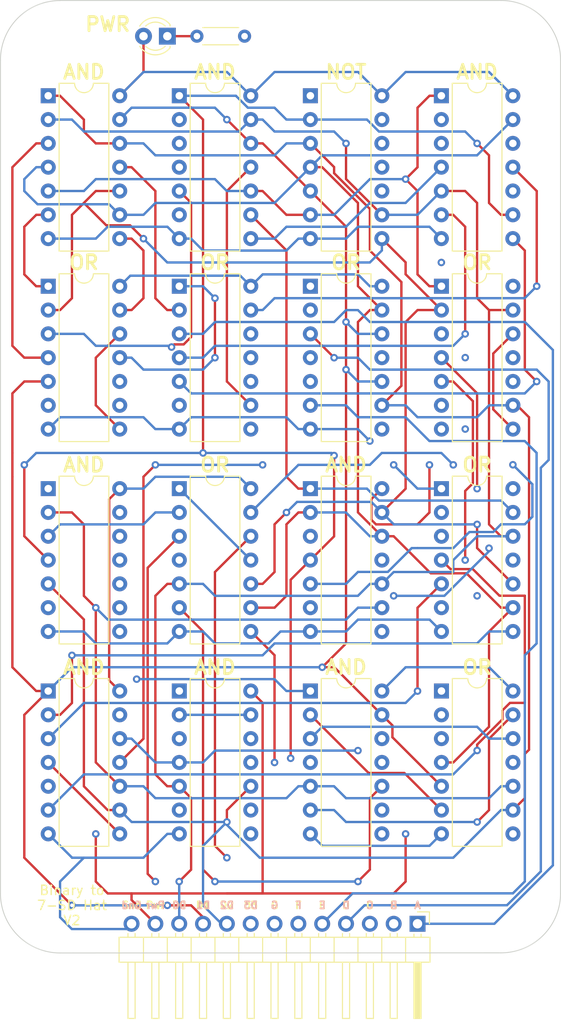
<source format=kicad_pcb>
(kicad_pcb (version 20211014) (generator pcbnew)
  (title_block (title "7-SD Decoder Hat") (date "2025-06-05") (rev "2"))
  (layers (0 "F.Cu" signal) (1 "In1.Cu" signal) (2 "In2.Cu" signal) (31 "B.Cu" signal) (34 "B.Paste" user) (35 "F.Paste" user) (36 "B.SilkS" user "B.Silkscreen") (37 "F.SilkS" user "F.Silkscreen") (38 "B.Mask" user) (39 "F.Mask" user) (44 "Edge.Cuts" user))
  (net 0 "")
  (net 1 "A")
  (net 2 "B")
  (net 3 "C")
  (net 4 "D")
  (net 5 "A-segment")
  (net 6 "B-segment")
  (net 7 "C-segment")
  (net 8 "D-segment")
  (net 9 "E-segment")
  (net 10 "F-segment")
  (net 11 "G-segment")
  (net 12 "A'")
  (net 13 "B'")
  (net 14 "C'")
  (net 15 "GND")
  (net 16 "D'")
  (net 17 "+5V")
  (net 18 "Net-(U13-Pad1)")
  (net 19 "Net-(U2-Pad3)")
  (net 20 "Net-(U2-Pad4)")
  (net 21 "Net-(U2-Pad12)")
  (net 22 "Net-(U10-Pad4)")
  (net 23 "Net-(U10-Pad13)")
  (net 24 "Net-(U10-Pad9)")
  (net 25 "Net-(U10-Pad10)")
  (net 26 "Net-(U4-Pad8)")
  (net 27 "Net-(U16-Pad1)")
  (net 28 "Net-(U6-Pad4)")
  (net 29 "Net-(U10-Pad1)")
  (net 30 "Net-(U10-Pad3)")
  (net 31 "Net-(U10-Pad6)")
  (net 32 "Net-(U10-Pad11)")
  (net 33 "Net-(U10-Pad12)")
  (net 34 "Net-(U11-Pad3)")
  (net 35 "Net-(U11-Pad6)")
  (net 36 "Net-(U11-Pad8)")
  (net 37 "Net-(U11-Pad11)")
  (net 38 "Net-(U11-Pad12)")
  (net 39 "Net-(U11-Pad1)")
  (net 40 "Net-(U9-Pad12)")
  (net 41 "Net-(U14-Pad1)")
  (net 48 "Net-(D1-Pad1)")
  (net 49 "Net-(U1-Pad3)")
  (net 50 "Net-(U1-Pad5)")
  (net 51 "Net-(U1-Pad6)")
  (net 52 "Net-(U1-Pad8)")
  (net 53 "Net-(U1-Pad11)")
  (net 54 "Net-(U3-Pad11)")
  (net 55 "Net-(U4-Pad11)")
  (net 56 "Net-(U5-Pad3)")
  (net 57 "Net-(U5-Pad6)")
  (net 58 "Net-(U5-Pad8)")
  (net 59 "Net-(U5-Pad10)")
  (net 60 "Net-(U5-Pad11)")
  (net 61 "Net-(U6-Pad2)")
  (net 62 "Net-(U6-Pad3)")
  (net 63 "Net-(U6-Pad5)")
  (net 64 "Net-(U6-Pad6)")
  (net 65 "Net-(U6-Pad11)")
  (net 66 "Net-(U6-Pad13)")
  (net 67 "Net-(U7-Pad2)")
  (net 68 "Net-(U13-Pad6)")
  (net 69 "Net-(U13-Pad12)")
  (net 70 "Net-(U13-Pad13)")
  (net 71 "Net-(U14-Pad2)")
  (net 72 "Net-(U14-Pad6)")
  (net 73 "Net-(U14-Pad8)")
  (net 74 "Net-(U14-Pad12)")
  (net 75 "Net-(U14-Pad13)")
  (footprint "LED_THT:LED_D3.0mm_red" (layer "F.Cu") (at 127 33.02 180)
    (fp_text reference "D1" hide)
    (fp_text value "LED")
  )
  (footprint "Connector_PinHeader_2.54mm:PinHeader_1x13_P2.54mm_Horizontal" (layer "F.Cu") (at 153.665 127.705 -90)
    (fp_text reference "J1" hide)
    (fp_text value "Conn_01x13")
  )
  (footprint "Package_DIP:DIP-14_W7.62mm" (layer "F.Cu") (at 142.245 81.285)
    (fp_text reference "U1" hide)
    (fp_text value "74LS08")
  )
  (footprint "Package_DIP:DIP-14_W7.62mm" (layer "F.Cu") (at 114.305 59.695)
    (fp_text reference "U10" hide)
    (fp_text value "74LS32")
  )
  (footprint "Package_DIP:DIP-14_W7.62mm" (layer "F.Cu") (at 142.245 102.875)
    (fp_text reference "U15" hide)
    (fp_text value "74LS08")
  )
  (footprint "Package_DIP:DIP-14_W7.62mm" (layer "F.Cu") (at 128.275 39.375)
    (fp_text reference "U4" hide)
    (fp_text value "74LS08")
  )
  (footprint "Resistor_THT:R_Axial_DIN0204_L3.6mm_D1.6mm_P5.08mm_Horizontal" (layer "F.Cu") (at 135.23 33.02 180)
    (fp_text reference "R1" hide)
    (fp_text value "R_US")
  )
  (footprint "Package_DIP:DIP-14_W7.62mm" (layer "F.Cu") (at 128.275 102.875)
    (fp_text reference "U11" hide)
    (fp_text value "74LS08")
  )
  (footprint "Package_DIP:DIP-14_W7.62mm" (layer "F.Cu") (at 156.215 81.285)
    (fp_text reference "U8" hide)
    (fp_text value "74LS32")
  )
  (footprint "Package_DIP:DIP-14_W7.62mm" (layer "F.Cu") (at 142.245 39.375)
    (fp_text reference "U12" hide)
    (fp_text value "74HC14")
  )
  (footprint "Package_DIP:DIP-14_W7.62mm" (layer "F.Cu") (at 156.215 102.875)
    (fp_text reference "U13" hide)
    (fp_text value "74LS32")
  )
  (footprint "Package_DIP:DIP-14_W7.62mm" (layer "F.Cu") (at 156.215 59.695)
    (fp_text reference "U2" hide)
    (fp_text value "74LS32")
  )
  (footprint "Package_DIP:DIP-14_W7.62mm" (layer "F.Cu") (at 128.275 81.285)
    (fp_text reference "U14" hide)
    (fp_text value "74LS32")
  )
  (footprint "Package_DIP:DIP-14_W7.62mm" (layer "F.Cu") (at 114.305 102.875)
    (fp_text reference "U6" hide)
    (fp_text value "74LS08")
  )
  (footprint "Package_DIP:DIP-14_W7.62mm" (layer "F.Cu") (at 142.245 59.695)
    (fp_text reference "U7" hide)
    (fp_text value "74LS32")
  )
  (footprint "Package_DIP:DIP-14_W7.62mm" (layer "F.Cu") (at 128.275 59.695)
    (fp_text reference "U9" hide)
    (fp_text value "74LS32")
  )
  (footprint "Package_DIP:DIP-14_W7.62mm" (layer "F.Cu") (at 114.305 81.285)
    (fp_text reference "U16" hide)
    (fp_text value "74LS08")
  )
  (footprint "Package_DIP:DIP-14_W7.62mm" (layer "F.Cu") (at 114.305 39.375)
    (fp_text reference "U3" hide)
    (fp_text value "74LS08")
  )
  (footprint "Package_DIP:DIP-14_W7.62mm" (layer "F.Cu") (at 156.205 39.375)
    (fp_text reference "U5" hide)
    (fp_text value "74LS08")
  )
  (gr_line (start 109.215 35.57) (end 109.215 124.47) (layer "Edge.Cuts") (width 0.1))
  (gr_arc (start 162.56 29.21) (mid 167.050128 31.069872) (end 168.91 35.56) (layer "Edge.Cuts") (width 0.1))
  (gr_line (start 162.56 130.807507) (end 115.565 130.82) (layer "Edge.Cuts") (width 0.1))
  (gr_line (start 168.91 35.56) (end 168.907499 124.47) (layer "Edge.Cuts") (width 0.1))
  (gr_arc (start 109.215 35.57) (mid 111.074872 31.079872) (end 115.565 29.22) (layer "Edge.Cuts") (width 0.1))
  (gr_line (start 115.57 29.21) (end 162.56 29.21) (layer "Edge.Cuts") (width 0.1))
  (gr_arc (start 115.565 130.82) (mid 111.074872 128.960128) (end 109.215 124.47) (layer "Edge.Cuts") (width 0.1))
  (gr_line (start 115.57 29.21) (end 115.565 29.22) (layer "Edge.Cuts") (width 0.1))
  (gr_arc (start 168.907499 124.47) (mid 167.044828 128.951899) (end 162.56 130.807507) (layer "Edge.Cuts") (width 0.1))
  (gr_text "F" (at 140.97 125.73) (layer "B.SilkS") (effects (font (size 0.75 0.75) (thickness 0.1875)) (justify mirror)))
  (gr_text "Pwr" (at 125.73 125.73) (layer "B.SilkS") (effects (font (size 0.75 0.75) (thickness 0.1875)) (justify mirror)))
  (gr_text "D0" (at 128.27 125.73) (layer "B.SilkS") (effects (font (size 0.75 0.75) (thickness 0.1875)) (justify mirror)))
  (gr_text "E" (at 143.51 125.73) (layer "B.SilkS") (effects (font (size 0.75 0.75) (thickness 0.1875)) (justify mirror)))
  (gr_text "D1" (at 130.81 125.73) (layer "B.SilkS") (effects (font (size 0.75 0.75) (thickness 0.1875)) (justify mirror)))
  (gr_text "B" (at 151.13 125.73) (layer "B.SilkS") (effects (font (size 0.75 0.75) (thickness 0.1875)) (justify mirror)))
  (gr_text "A" (at 153.67 125.73) (layer "B.SilkS") (effects (font (size 0.75 0.75) (thickness 0.1875)) (justify mirror)))
  (gr_text "D3" (at 135.89 125.73) (layer "B.SilkS") (effects (font (size 0.75 0.75) (thickness 0.1875)) (justify mirror)))
  (gr_text "D" (at 146.05 125.73) (layer "B.SilkS") (effects (font (size 0.75 0.75) (thickness 0.1875)) (justify mirror)))
  (gr_text "D2" (at 133.35 125.73) (layer "B.SilkS") (effects (font (size 0.75 0.75) (thickness 0.1875)) (justify mirror)))
  (gr_text "C" (at 148.59 125.73) (layer "B.SilkS") (effects (font (size 0.75 0.75) (thickness 0.1875)) (justify mirror)))
  (gr_text "G" (at 138.43 125.73) (layer "B.SilkS") (effects (font (size 0.75 0.75) (thickness 0.1875)) (justify mirror)))
  (gr_text "Gnd" (at 123.19 125.73) (layer "B.SilkS") (effects (font (size 0.75 0.75) (thickness 0.1875)) (justify mirror)))
  (gr_text "D2" (at 133.345 125.73) (layer "F.SilkS") (effects (font (size 0.75 0.75) (thickness 0.1875))))
  (gr_text "OR" (at 146.045 57.16) (layer "F.SilkS") (effects (font (size 1.5 1.5) (thickness 0.3))))
  (gr_text "D3" (at 135.89 125.73) (layer "F.SilkS") (effects (font (size 0.75 0.75) (thickness 0.1875))))
  (gr_text "OR" (at 160.015 57.16) (layer "F.SilkS") (effects (font (size 1.5 1.5) (thickness 0.3))))
  (gr_text "AND" (at 132.075 36.84) (layer "F.SilkS") (effects (font (size 1.5 1.5) (thickness 0.3))))
  (gr_text "AND" (at 160.015 36.84) (layer "F.SilkS") (effects (font (size 1.5 1.5) (thickness 0.3))))
  (gr_text "OR" (at 132.075 57.16) (layer "F.SilkS") (effects (font (size 1.5 1.5) (thickness 0.3))))
  (gr_text "NOT" (at 146.045 36.84) (layer "F.SilkS") (effects (font (size 1.5 1.5) (thickness 0.3))))
  (gr_text "AND" (at 118.105 78.75) (layer "F.SilkS") (effects (font (size 1.5 1.5) (thickness 0.3))))
  (gr_text "AND" (at 118.105 100.34) (layer "F.SilkS") (effects (font (size 1.5 1.5) (thickness 0.3))))
  (gr_text "PWR" (at 120.65 31.75) (layer "F.SilkS") (effects (font (size 1.5 1.5) (thickness 0.3))))
  (gr_text "Binary to\n7-SD Hat\nV2" (at 116.835 125.74) (layer "F.SilkS") (effects (font (size 1 1))))
  (gr_text "F" (at 140.97 125.73) (layer "F.SilkS") (effects (font (size 0.75 0.75) (thickness 0.1875))))
  (gr_text "AND" (at 146.045 100.34) (layer "F.SilkS") (effects (font (size 1.5 1.5) (thickness 0.3))))
  (gr_text "Pwr" (at 125.73 125.73) (layer "F.SilkS") (effects (font (size 0.75 0.75) (thickness 0.1875))))
  (gr_text "C" (at 148.585 125.73) (layer "F.SilkS") (effects (font (size 0.75 0.75) (thickness 0.1875))))
  (gr_text "OR" (at 118.105 57.16) (layer "F.SilkS") (effects (font (size 1.5 1.5) (thickness 0.3))))
  (gr_text "AND" (at 132.075 100.34) (layer "F.SilkS") (effects (font (size 1.5 1.5) (thickness 0.3))))
  (gr_text "D1" (at 130.81 125.73) (layer "F.SilkS") (effects (font (size 0.75 0.75) (thickness 0.1875))))
  (gr_text "AND" (at 118.105 36.84) (layer "F.SilkS") (effects (font (size 1.5 1.5) (thickness 0.3))))
  (gr_text "AND" (at 146.045 78.75) (layer "F.SilkS") (effects (font (size 1.5 1.5) (thickness 0.3))))
  (gr_text "D" (at 146.045 125.73) (layer "F.SilkS") (effects (font (size 0.75 0.75) (thickness 0.1875))))
  (gr_text "OR" (at 160.015 78.75) (layer "F.SilkS") (effects (font (size 1.5 1.5) (thickness 0.3))))
  (gr_text "A" (at 153.665 125.73) (layer "F.SilkS") (effects (font (size 0.75 0.75) (thickness 0.1875))))
  (gr_text "Gnd" (at 123.19 125.73) (layer "F.SilkS") (effects (font (size 0.75 0.75) (thickness 0.1875))))
  (gr_text "E" (at 143.51 125.73) (layer "F.SilkS") (effects (font (size 0.75 0.75) (thickness 0.1875))))
  (gr_text "D0" (at 128.27 125.73) (layer "F.SilkS") (effects (font (size 0.75 0.75) (thickness 0.1875))))
  (gr_text "B" (at 151.13 125.73) (layer "F.SilkS") (effects (font (size 0.75 0.75) (thickness 0.1875))))
  (gr_text "OR" (at 132.075 78.75) (layer "F.SilkS") (effects (font (size 1.5 1.5) (thickness 0.3))))
  (gr_text "G" (at 138.43 125.73) (layer "F.SilkS") (effects (font (size 0.75 0.75) (thickness 0.1875))))
  (gr_text "OR" (at 160.025 100.34) (layer "F.SilkS") (effects (font (size 1.5 1.5) (thickness 0.3))))
  (segment (start 139.695 80.02) (end 140.96 81.285) (width 0.25) (layer "F.Cu") (net 1))
  (segment (start 135.895 52.075) (end 139.695 55.875) (width 0.25) (layer "F.Cu") (net 1))
  (segment (start 140.96 81.285) (end 142.245 81.285) (width 0.25) (layer "F.Cu") (net 1))
  (segment (start 139.695 55.875) (end 139.695 80.02) (width 0.25) (layer "F.Cu") (net 1))
  (via (at 147.315 109.23) (size 0.8) (drill 0.4) (layers "F.Cu" "B.Cu") (net 1))
  (segment (start 121.925 107.955) (end 123.18 107.955) (width 0.25) (layer "B.Cu") (net 1))
  (segment (start 128.275 110.495) (end 130.81 110.495) (width 0.25) (layer "B.Cu") (net 1))
  (segment (start 162.57 82.56) (end 163.835 83.825) (width 0.25) (layer "B.Cu") (net 1))
  (segment (start 142.245 81.285) (end 148.274009 81.285) (width 0.25) (layer "B.Cu") (net 1))
  (segment (start 123.18 107.955) (end 125.725 110.5) (width 0.25) (layer "B.Cu") (net 1))
  (segment (start 149.549009 82.56) (end 162.57 82.56) (width 0.25) (layer "B.Cu") (net 1))
  (segment (start 125.725 110.5) (end 125.73 110.495) (width 0.25) (layer "B.Cu") (net 1))
  (segment (start 148.274009 81.285) (end 149.549009 82.56) (width 0.25) (layer "B.Cu") (net 1))
  (segment (start 125.73 110.495) (end 128.275 110.495) (width 0.25) (layer "B.Cu") (net 1))
  (segment (start 132.075 109.23) (end 147.315 109.23) (width 0.25) (layer "B.Cu") (net 1))
  (segment (start 130.81 110.495) (end 132.075 109.23) (width 0.25) (layer "B.Cu") (net 1))
  (segment (start 151.945 59.25) (end 151.945 70.315) (width 0.25) (layer "F.Cu") (net 2))
  (segment (start 144.775 47.633604) (end 148.585 51.443604) (width 0.25) (layer "F.Cu") (net 2))
  (segment (start 118.105 41.92) (end 115.56 39.375) (width 0.25) (layer "F.Cu") (net 2))
  (segment (start 164.27 72.395) (end 165.55 73.675) (width 0.25) (layer "F.Cu") (net 2))
  (segment (start 121.925 44.455) (end 119.38 44.455) (width 0.25) (layer "F.Cu") (net 2))
  (segment (start 119.375 44.46) (end 118.105 43.19) (width 0.25) (layer "F.Cu") (net 2))
  (segment (start 133.345 116.85) (end 133.345 115.585) (width 0.25) (layer "F.Cu") (net 2))
  (segment (start 118.105 113.04) (end 118.105 95.245) (width 0.25) (layer "F.Cu") (net 2))
  (segment (start 120.64 115.575) (end 118.105 113.04) (width 0.25) (layer "F.Cu") (net 2))
  (segment (start 165.55 109.139636) (end 165.1 109.589636) (width 0.25) (layer "F.Cu") (net 2))
  (segment (start 148.585 55.89) (end 151.945 59.25) (width 0.25) (layer "F.Cu") (net 2))
  (segment (start 144.775 46.985) (end 144.775 47.633604) (width 0.25) (layer "F.Cu") (net 2))
  (segment (start 165.55 73.675) (end 165.55 109.139636) (width 0.25) (layer "F.Cu") (net 2))
  (segment (start 118.105 43.19) (end 118.105 41.92) (width 0.25) (layer "F.Cu") (net 2))
  (segment (start 118.105 95.245) (end 114.305 91.445) (width 0.25) (layer "F.Cu") (net 2))
  (segment (start 133.345 115.585) (end 135.895 113.035) (width 0.25) (layer "F.Cu") (net 2))
  (segment (start 163.835 72.395) (end 164.27 72.395) (width 0.25) (layer "F.Cu") (net 2))
  (segment (start 121.925 115.575) (end 120.64 115.575) (width 0.25) (layer "F.Cu") (net 2))
  (segment (start 119.38 44.455) (end 119.375 44.46) (width 0.25) (layer "F.Cu") (net 2))
  (segment (start 151.945 70.315) (end 149.865 72.395) (width 0.25) (layer "F.Cu") (net 2))
  (segment (start 115.56 39.375) (end 114.305 39.375) (width 0.25) (layer "F.Cu") (net 2))
  (segment (start 165.1 109.589636) (end 165.1 114.31) (width 0.25) (layer "F.Cu") (net 2))
  (segment (start 142.245 44.455) (end 144.775 46.985) (width 0.25) (layer "F.Cu") (net 2))
  (segment (start 148.585 51.443604) (end 148.585 55.89) (width 0.25) (layer "F.Cu") (net 2))
  (segment (start 165.1 114.31) (end 163.835 115.575) (width 0.25) (layer "F.Cu") (net 2))
  (via (at 133.345 116.85) (size 0.8) (drill 0.4) (layers "F.Cu" "B.Cu") (net 2))
  (segment (start 138.425 45.73) (end 139.7 44.455) (width 0.25) (layer "B.Cu") (net 2))
  (segment (start 163.835 115.575) (end 162.56 115.575) (width 0.25) (layer "B.Cu") (net 2))
  (segment (start 130.805 119.39) (end 130.805 125.74) (width 0.25) (layer "B.Cu") (net 2))
  (segment (start 133.345 116.85) (end 130.805 119.39) (width 0.25) (layer "B.Cu") (net 2))
  (segment (start 124.45 44.455) (end 125.725 45.73) (width 0.25) (layer "B.Cu") (net 2))
  (segment (start 161.29 72.395) (end 163.835 72.395) (width 0.25) (layer "B.Cu") (net 2))
  (segment (start 130.805 125.74) (end 132.77 127.705) (width 0.25) (layer "B.Cu") (net 2))
  (segment (start 133.345 116.85) (end 123.2 116.85) (width 0.25) (layer "B.Cu") (net 2))
  (segment (start 152.39 72.395) (end 153.665 73.67) (width 0.25) (layer "B.Cu") (net 2))
  (segment (start 149.865 72.395) (end 152.39 72.395) (width 0.25) (layer "B.Cu") (net 2))
  (segment (start 125.725 45.73) (end 138.425 45.73) (width 0.25) (layer "B.Cu") (net 2))
  (segment (start 162.56 115.575) (end 157.475 120.66) (width 0.25) (layer "B.Cu") (net 2))
  (segment (start 136.849009 120.66) (end 133.345 117.155991) (width 0.25) (layer "B.Cu") (net 2))
  (segment (start 132.77 127.705) (end 133.345 127.705) (width 0.25) (layer "B.Cu") (net 2))
  (segment (start 121.925 44.455) (end 124.45 44.455) (width 0.25) (layer "B.Cu") (net 2))
  (segment (start 160.015 73.67) (end 161.29 72.395) (width 0.25) (layer "B.Cu") (net 2))
  (segment (start 133.345 117.155991) (end 133.345 116.85) (width 0.25) (layer "B.Cu") (net 2))
  (segment (start 153.665 73.67) (end 160.015 73.67) (width 0.25) (layer "B.Cu") (net 2))
  (segment (start 139.7 44.455) (end 142.245 44.455) (width 0.25) (layer "B.Cu") (net 2))
  (segment (start 157.475 120.66) (end 136.849009 120.66) (width 0.25) (layer "B.Cu") (net 2))
  (segment (start 123.2 116.85) (end 121.925 115.575) (width 0.25) (layer "B.Cu") (net 2))
  (segment (start 133.345 41.92) (end 133.36 41.92) (width 0.25) (layer "F.Cu") (net 3))
  (segment (start 110.485 100.34) (end 110.485 80.02) (width 0.25) (layer "F.Cu") (net 3))
  (segment (start 114.305 102.875) (end 114.3 102.875) (width 0.25) (layer "F.Cu") (net 3))
  (segment (start 111.76 69.855) (end 114.305 69.855) (width 0.25) (layer "F.Cu") (net 3))
  (segment (start 127 125.74) (end 129.535 125.74) (width 0.25) (layer "F.Cu") (net 3))
  (segment (start 129.535 125.74) (end 130.805 127.01) (width 0.25) (layer "F.Cu") (net 3))
  (segment (start 144.79 100.34) (end 149.865 105.415) (width 0.25) (layer "F.Cu") (net 3))
  (segment (start 114.3 102.875) (end 111.755 105.42) (width 0.25) (layer "F.Cu") (net 3))
  (segment (start 146.045 97.8) (end 143.505 100.34) (width 0.25) (layer "F.Cu") (net 3))
  (segment (start 111.755 105.42) (end 111.755 120.66) (width 0.25) (layer "F.Cu") (net 3))
  (segment (start 111.755 120.66) (end 116.835 125.74) (width 0.25) (layer "F.Cu") (net 3))
  (segment (start 143.505 100.34) (end 144.79 100.34) (width 0.25) (layer "F.Cu") (net 3))
  (segment (start 130.805 127.01) (end 130.805 127.705) (width 0.25) (layer "F.Cu") (net 3))
  (segment (start 146.045 68.59) (end 146.045 97.8) (width 0.25) (layer "F.Cu") (net 3))
  (segment (start 114.305 102.875) (end 113.02 102.875) (width 0.25) (layer "F.Cu") (net 3))
  (segment (start 110.485 71.13) (end 111.76 69.855) (width 0.25) (layer "F.Cu") (net 3))
  (segment (start 150.99 107.81) (end 156.215 113.035) (width 0.25) (layer "F.Cu") (net 3))
  (segment (start 150.99 106.54) (end 150.99 107.81) (width 0.25) (layer "F.Cu") (net 3))
  (segment (start 142.245 49.535) (end 146.045 53.335) (width 0.25) (layer "F.Cu") (net 3))
  (segment (start 137.165 44.455) (end 142.245 49.535) (width 0.25) (layer "F.Cu") (net 3))
  (segment (start 133.36 41.92) (end 135.895 44.455) (width 0.25) (layer "F.Cu") (net 3))
  (segment (start 110.485 77.48) (end 110.485 71.13) (width 0.25) (layer "F.Cu") (net 3))
  (segment (start 110.485 80.02) (end 110.485 77.48) (width 0.25) (layer "F.Cu") (net 3))
  (segment (start 149.865 105.415) (end 150.99 106.54) (width 0.25) (layer "F.Cu") (net 3))
  (segment (start 146.045 63.51) (end 146.045 68.59) (width 0.25) (layer "F.Cu") (net 3))
  (segment (start 146.045 53.335) (end 146.045 63.51) (width 0.25) (layer "F.Cu") (net 3))
  (segment (start 135.895 44.455) (end 137.165 44.455) (width 0.25) (layer "F.Cu") (net 3))
  (segment (start 113.02 102.875) (end 110.485 100.34) (width 0.25) (layer "F.Cu") (net 3))
  (via (at 133.345 41.92) (size 0.8) (drill 0.4) (layers "F.Cu" "B.Cu") (net 3))
  (via (at 146.045 63.51) (size 0.8) (drill 0.4) (layers "F.Cu" "B.Cu") (net 3))
  (via (at 146.045 68.59) (size 0.8) (drill 0.4) (layers "F.Cu" "B.Cu") (net 3))
  (via (at 127 125.74) (size 0.8) (drill 0.4) (layers "F.Cu" "B.Cu") (net 3))
  (via (at 143.505 100.34) (size 0.8) (drill 0.4) (layers "F.Cu" "B.Cu") (net 3))
  (via (at 116.835 125.74) (size 0.8) (drill 0.4) (layers "F.Cu" "B.Cu") (net 3))
  (segment (start 116.835 125.74) (end 127 125.74) (width 0.25) (layer "B.Cu") (net 3))
  (segment (start 147.31 64.775) (end 149.865 64.775) (width 0.25) (layer "B.Cu") (net 3))
  (segment (start 121.925 41.915) (end 123.19 40.65) (width 0.25) (layer "B.Cu") (net 3))
  (segment (start 123.19 40.65) (end 132.075 40.65) (width 0.25) (layer "B.Cu") (net 3))
  (segment (start 116.84 100.34) (end 114.305 102.875) (width 0.25) (layer "B.Cu") (net 3))
  (segment (start 147.31 69.855) (end 149.865 69.855) (width 0.25) (layer "B.Cu") (net 3))
  (segment (start 146.045 68.59) (end 147.31 69.855) (width 0.25) (layer "B.Cu") (net 3))
  (segment (start 143.505 100.34) (end 116.84 100.34) (width 0.25) (layer "B.Cu") (net 3))
  (segment (start 146.045 63.51) (end 147.31 64.775) (width 0.25) (layer "B.Cu") (net 3))
  (segment (start 132.075 40.65) (end 133.345 41.92) (width 0.25) (layer "B.Cu") (net 3))
  (segment (start 125.725 92.72) (end 125.725 111.77) (width 0.25) (layer "F.Cu") (net 4))
  (segment (start 128.275 113.035) (end 129.535 114.295) (width 0.25) (layer "F.Cu") (net 4))
  (segment (start 158.74 49.535) (end 160.015 50.81) (width 0.25) (layer "F.Cu") (net 4))
  (segment (start 126.99 113.035) (end 128.275 113.035) (width 0.25) (layer "F.Cu") (net 4))
  (segment (start 129.535 114.295) (end 129.535 114.31) (width 0.25) (layer "F.Cu") (net 4))
  (segment (start 161.285 62.24) (end 161.285 85.1) (width 0.25) (layer "F.Cu") (net 4))
  (segment (start 125.725 111.77) (end 126.99 113.035) (width 0.25) (layer "F.Cu") (net 4))
  (segment (start 162.55 86.365) (end 163.835 86.365) (width 0.25) (layer "F.Cu") (net 4))
  (segment (start 160.015 50.81) (end 160.015 60.97) (width 0.25) (layer "F.Cu") (net 4))
  (segment (start 161.285 85.1) (end 162.55 86.365) (width 0.25) (layer "F.Cu") (net 4))
  (segment (start 146.045 48.255) (end 149.865 52.075) (width 0.25) (layer "F.Cu") (net 4))
  (segment (start 127 91.445) (end 125.725 92.72) (width 0.25) (layer "F.Cu") (net 4))
  (segment (start 129.535 114.31) (end 129.535 121.93) (width 0.25) (layer "F.Cu") (net 4))
  (segment (start 156.205 49.535) (end 158.74 49.535) (width 0.25) (layer "F.Cu") (net 4))
  (segment (start 160.015 60.97) (end 161.28 62.235) (width 0.25) (layer "F.Cu") (net 4))
  (segment (start 161.28 62.235) (end 163.835 62.235) (width 0.25) (layer "F.Cu") (net 4))
  (segment (start 161.28 62.235) (end 161.285 62.24) (width 0.25) (layer "F.Cu") (net 4))
  (segment (start 146.045 44.46) (end 146.045 48.255) (width 0.25) (layer "F.Cu") (net 4))
  (segment (start 128.275 91.445) (end 127 91.445) (width 0.25) (layer "F.Cu") (net 4))
  (segment (start 129.535 121.93) (end 128.265 123.2) (width 0.25) (layer "F.Cu") (net 4))
  (via (at 128.265 123.2) (size 0.8) (drill 0.4) (layers "F.Cu" "B.Cu") (net 4))
  (via (at 146.045 44.46) (size 0.8) (drill 0.4) (layers "F.Cu" "B.Cu") (net 4))
  (segment (start 157.475 88.91) (end 157.475 90.18) (width 0.25) (layer "B.Cu") (net 4))
  (segment (start 114.305 41.915) (end 116.83 41.915) (width 0.25) (layer "B.Cu") (net 4))
  (segment (start 149.865 52.075) (end 153.665 52.075) (width 0.25) (layer "B.Cu") (net 4))
  (segment (start 138.425 43.19) (end 144.775 43.19) (width 0.25) (layer "B.Cu") (net 4))
  (segment (start 148.59 91.445) (end 147.315 92.72) (width 0.25) (layer "B.Cu") (net 4))
  (segment (start 132.075 92.72) (end 130.8 91.445) (width 0.25) (layer "B.Cu") (net 4))
  (segment (start 151.13 90.18) (end 149.865 91.445) (width 0.25) (layer "B.Cu") (net 4))
  (segment (start 135.895 41.915) (end 137.15 41.915) (width 0.25) (layer "B.Cu") (net 4))
  (segment (start 128.265 123.2) (end 128.265 127.705) (width 0.25) (layer "B.Cu") (net 4))
  (segment (start 144.775 43.19) (end 146.045 44.46) (width 0.25) (layer "B.Cu") (net 4))
  (segment (start 147.315 92.72) (end 132.075 92.72) (width 0.25) (layer "B.Cu") (net 4))
  (segment (start 137.15 41.915) (end 138.425 43.19) (width 0.25) (layer "B.Cu") (net 4))
  (segment (start 153.665 52.075) (end 156.205 49.535) (width 0.25) (layer "B.Cu") (net 4))
  (segment (start 160.02 86.365) (end 157.475 88.91) (width 0.25) (layer "B.Cu") (net 4))
  (segment (start 116.83 41.915) (end 118.105 43.19) (width 0.25) (layer "B.Cu") (net 4))
  (segment (start 157.475 90.18) (end 151.13 90.18) (width 0.25) (layer "B.Cu") (net 4))
  (segment (start 163.835 86.365) (end 160.02 86.365) (width 0.25) (layer "B.Cu") (net 4))
  (segment (start 134.62 43.19) (end 135.895 41.915) (width 0.25) (layer "B.Cu") (net 4))
  (segment (start 118.105 43.19) (end 134.62 43.19) (width 0.25) (layer "B.Cu") (net 4))
  (segment (start 130.8 91.445) (end 128.275 91.445) (width 0.25) (layer "B.Cu") (net 4))
  (segment (start 149.865 91.445) (end 148.59 91.445) (width 0.25) (layer "B.Cu") (net 4))
  (segment (start 161.857792 127.705) (end 153.665 127.705) (width 0.25) (layer "B.Cu") (net 5))
  (segment (start 128.275 64.775) (end 130.81 64.775) (width 0.25) (layer "B.Cu") (net 5))
  (segment (start 168.09 121.472792) (end 161.857792 127.705) (width 0.25) (layer "B.Cu") (net 5))
  (segment (start 147.315 62.24) (end 148.585 63.51) (width 0.25) (layer "B.Cu") (net 5))
  (segment (start 168.09 66.49) (end 168.09 121.472792) (width 0.25) (layer "B.Cu") (net 5))
  (segment (start 165.11 63.51) (end 168.09 66.49) (width 0.25) (layer "B.Cu") (net 5))
  (segment (start 148.585 63.51) (end 165.11 63.51) (width 0.25) (layer "B.Cu") (net 5))
  (segment (start 130.81 64.775) (end 132.075 63.51) (width 0.25) (layer "B.Cu") (net 5))
  (segment (start 132.075 63.51) (end 144.775 63.51) (width 0.25) (layer "B.Cu") (net 5))
  (segment (start 144.775 63.51) (end 146.045 62.24) (width 0.25) (layer "B.Cu") (net 5))
  (segment (start 146.045 62.24) (end 147.315 62.24) (width 0.25) (layer "B.Cu") (net 5))
  (via (at 156.205 57.16) (size 0.8) (drill 0.4) (layers "F.Cu" "B.Cu") (net 6))
  (segment (start 142.245 64.775) (end 142.245 64.7825) (width 0.25) (layer "F.Cu") (net 8))
  (segment (start 142.245 64.7825) (end 144.775 67.3125) (width 0.25) (layer "F.Cu") (net 8))
  (segment (start 144.775 67.3125) (end 144.775 67.32) (width 0.25) (layer "F.Cu") (net 8))
  (via (at 144.775 67.32) (size 0.8) (drill 0.4) (layers "F.Cu" "B.Cu") (net 8))
  (segment (start 148.585 68.59) (end 166.37 68.59) (width 0.25) (layer "B.Cu") (net 8))
  (segment (start 163.196396 125.73) (end 148.02 125.73) (width 0.25) (layer "B.Cu") (net 8))
  (segment (start 166.805 79.066701) (end 166.805 122.121396) (width 0.25) (layer "B.Cu") (net 8))
  (segment (start 167.64 69.86) (end 167.64 78.231701) (width 0.25) (layer "B.Cu") (net 8))
  (segment (start 144.775 67.32) (end 147.315 67.32) (width 0.25) (layer "B.Cu") (net 8))
  (segment (start 167.64 78.231701) (end 166.805 79.066701) (width 0.25) (layer "B.Cu") (net 8))
  (segment (start 147.315 67.32) (end 148.585 68.59) (width 0.25) (layer "B.Cu") (net 8))
  (segment (start 166.805 122.121396) (end 163.196396 125.73) (width 0.25) (layer "B.Cu") (net 8))
  (segment (start 148.02 125.73) (end 146.045 127.705) (width 0.25) (layer "B.Cu") (net 8))
  (segment (start 166.37 68.59) (end 167.64 69.86) (width 0.25) (layer "B.Cu") (net 8))
  (segment (start 165.1 99.06) (end 165.1 123.19) (width 0.25) (layer "B.Cu") (net 9))
  (segment (start 166.355 97.805) (end 165.1 99.06) (width 0.25) (layer "B.Cu") (net 9))
  (segment (start 146.04 72.395) (end 147.315 73.67) (width 0.25) (layer "B.Cu") (net 9))
  (segment (start 147.315 73.67) (end 152.395 73.67) (width 0.25) (layer "B.Cu") (net 9))
  (segment (start 166.355 77.47) (end 166.355 97.805) (width 0.25) (layer "B.Cu") (net 9))
  (segment (start 165.1 123.19) (end 163.83 124.46) (width 0.25) (layer "B.Cu") (net 9))
  (segment (start 146.75 124.46) (end 143.505 127.705) (width 0.25) (layer "B.Cu") (net 9))
  (segment (start 154.935 76.21) (end 165.095 76.21) (width 0.25) (layer "B.Cu") (net 9))
  (segment (start 163.83 124.46) (end 146.75 124.46) (width 0.25) (layer "B.Cu") (net 9))
  (segment (start 142.245 72.395) (end 146.04 72.395) (width 0.25) (layer "B.Cu") (net 9))
  (segment (start 165.095 76.21) (end 166.355 77.47) (width 0.25) (layer "B.Cu") (net 9))
  (segment (start 152.395 73.67) (end 154.935 76.21) (width 0.25) (layer "B.Cu") (net 9))
  (segment (start 128.275 86.365) (end 125.73 88.91) (width 0.25) (layer "F.Cu") (net 11))
  (segment (start 124.905 122.38) (end 125.725 123.2) (width 0.25) (layer "F.Cu") (net 11))
  (segment (start 124.905 89.73) (end 124.905 122.38) (width 0.25) (layer "F.Cu") (net 11))
  (segment (start 125.73 88.91) (end 125.725 88.91) (width 0.25) (layer "F.Cu") (net 11))
  (segment (start 125.725 88.91) (end 124.905 89.73) (width 0.25) (layer "F.Cu") (net 11))
  (via (at 125.725 123.2) (size 0.8) (drill 0.4) (layers "F.Cu" "B.Cu") (net 11))
  (segment (start 161.285 45.73) (end 161.285 50.81) (width 0.25) (layer "F.Cu") (net 12))
  (segment (start 160.015 44.46) (end 161.285 45.73) (width 0.25) (layer "F.Cu") (net 12))
  (segment (start 111.755 78.75) (end 111.755 86.355) (width 0.25) (layer "F.Cu") (net 12))
  (segment (start 111.755 86.355) (end 114.305 88.905) (width 0.25) (layer "F.Cu") (net 12))
  (segment (start 144.775 77.7545) (end 144.775 86.375) (width 0.25) (layer "F.Cu") (net 12))
  (segment (start 161.285 50.81) (end 162.55 52.075) (width 0.25) (layer "F.Cu") (net 12))
  (segment (start 144.775 86.375) (end 142.245 88.905) (width 0.25) (layer "F.Cu") (net 12))
  (segment (start 140.145 91.005) (end 140.145 110.05) (width 0.25) (layer "F.Cu") (net 12))
  (segment (start 128.275 39.39) (end 130.805 41.92) (width 0.25) (layer "F.Cu") (net 12))
  (segment (start 142.245 88.905) (end 140.145 91.005) (width 0.25) (layer "F.Cu") (net 12))
  (segment (start 128.275 39.375) (end 128.275 39.39) (width 0.25) (layer "F.Cu") (net 12))
  (segment (start 130.805 41.92) (end 130.805 77.48) (width 0.25) (layer "F.Cu") (net 12))
  (segment (start 162.55 52.075) (end 163.825 52.075) (width 0.25) (layer "F.Cu") (net 12))
  (via (at 111.755 78.75) (size 0.8) (drill 0.4) (layers "F.Cu" "B.Cu") (net 12))
  (via (at 140.145 110.05) (size 0.8) (drill 0.4) (layers "F.Cu" "B.Cu") (net 12))
  (via (at 160.015 44.46) (size 0.8) (drill 0.4) (layers "F.Cu" "B.Cu") (net 12))
  (via (at 130.805 77.48) (size 0.8) (drill 0.4) (layers "F.Cu" "B.Cu") (net 12))
  (via (at 144.775 77.7545) (size 0.8) (drill 0.4) (layers "F.Cu" "B.Cu") (net 12))
  (segment (start 134.304009 39.375) (end 135.579009 40.65) (width 0.25) (layer "B.Cu") (net 12))
  (segment (start 128.275 39.375) (end 134.304009 39.375) (width 0.25) (layer "B.Cu") (net 12))
  (segment (start 142.245 41.915) (end 148.274009 41.915) (width 0.25) (layer "B.Cu") (net 12))
  (segment (start 158.745 43.19) (end 160.015 44.46) (width 0.25) (layer "B.Cu") (net 12))
  (segment (start 113.025 77.48) (end 111.755 78.75) (width 0.25) (layer "B.Cu") (net 12))
  (segment (start 144.775 77.7545) (end 144.5005 77.48) (width 0.25) (layer "B.Cu") (net 12))
  (segment (start 149.549009 43.19) (end 158.745 43.19) (width 0.25) (layer "B.Cu") (net 12))
  (segment (start 130.805 77.48) (end 113.025 77.48) (width 0.25) (layer "B.Cu") (net 12))
  (segment (start 135.579009 40.65) (end 138.425 40.65) (width 0.25) (layer "B.Cu") (net 12))
  (segment (start 138.425 40.65) (end 139.69 41.915) (width 0.25) (layer "B.Cu") (net 12))
  (segment (start 144.5005 77.48) (end 130.805 77.48) (width 0.25) (layer "B.Cu") (net 12))
  (segment (start 139.69 41.915) (end 142.245 41.915) (width 0.25) (layer "B.Cu") (net 12))
  (segment (start 148.274009 41.915) (end 149.549009 43.19) (width 0.25) (layer "B.Cu") (net 12))
  (segment (start 157.48 110.495) (end 156.215 110.495) (width 0.25) (layer "F.Cu") (net 13))
  (segment (start 161.285 106.69) (end 157.48 110.495) (width 0.25) (layer "F.Cu") (net 13))
  (segment (start 139.695 92.72) (end 138.43 93.985) (width 0.25) (layer "F.Cu") (net 13))
  (segment (start 143.5 46.995) (end 147.315 50.81) (width 0.25) (layer "F.Cu") (net 13))
  (segment (start 158.885 90.32) (end 162.55 93.985) (width 0.25) (layer "F.Cu") (net 13))
  (segment (start 142.245 46.995) (end 143.5 46.995) (width 0.25) (layer "F.Cu") (net 13))
  (segment (start 162.55 93.985) (end 163.835 93.985) (width 0.25) (layer "F.Cu") (net 13))
  (segment (start 148.59 62.235) (end 147.315 63.51) (width 0.25) (layer "F.Cu") (net 13))
  (segment (start 149.865 62.235) (end 148.59 62.235) (width 0.25) (layer "F.Cu") (net 13))
  (segment (start 155.075 90.32) (end 158.885 90.32) (width 0.25) (layer "F.Cu") (net 13))
  (segment (start 142.245 83.825) (end 140.97 83.825) (width 0.25) (layer "F.Cu") (net 13))
  (segment (start 139.695 85.1) (end 139.695 92.72) (width 0.25) (layer "F.Cu") (net 13))
  (segment (start 149.865 86.365) (end 151.12 86.365) (width 0.25) (layer "F.Cu") (net 13))
  (segment (start 147.315 59.685) (end 149.865 62.235) (width 0.25) (layer "F.Cu") (net 13))
  (segment (start 138.43 93.985) (end 135.895 93.985) (width 0.25) (layer "F.Cu") (net 13))
  (segment (start 147.315 50.81) (end 147.315 59.685) (width 0.25) (layer "F.Cu") (net 13))
  (segment (start 147.315 63.51) (end 147.315 83.815) (width 0.25) (layer "F.Cu") (net 13))
  (segment (start 161.285 96.535) (end 161.285 106.69) (width 0.25) (layer "F.Cu") (net 13))
  (segment (start 147.315 83.815) (end 149.865 86.365) (width 0.25) (layer "F.Cu") (net 13))
  (segment (start 140.97 83.825) (end 139.695 85.1) (width 0.25) (layer "F.Cu") (net 13))
  (segment (start 163.835 93.985) (end 161.285 96.535) (width 0.25) (layer "F.Cu") (net 13))
  (segment (start 151.12 86.365) (end 155.075 90.32) (width 0.25) (layer "F.Cu") (net 13))
  (segment (start 124.46 52.075) (end 125.725 50.81) (width 0.25) (layer "B.Cu") (net 13))
  (segment (start 120.8 50.95) (end 121.925 52.075) (width 0.25) (layer "B.Cu") (net 13))
  (segment (start 160.015 45.73) (end 160.015 45.725) (width 0.25) (layer "B.Cu") (net 13))
  (segment (start 160.015 45.725) (end 163.825 41.915) (width 0.25) (layer "B.Cu") (net 13))
  (segment (start 146.04 83.825) (end 142.245 83.825) (width 0.25) (layer "B.Cu") (net 13))
  (segment (start 138.43 50.81) (end 142.245 46.995) (width 0.25) (layer "B.Cu") (net 13))
  (segment (start 143.51 45.73) (end 160.015 45.73) (width 0.25) (layer "B.Cu") (net 13))
  (segment (start 142.245 46.995) (end 143.51 45.73) (width 0.25) (layer "B.Cu") (net 13))
  (segment (start 121.925 52.075) (end 124.46 52.075) (width 0.25) (layer "B.Cu") (net 13))
  (segment (start 114.305 46.995) (end 113.03 46.995) (width 0.25) (layer "B.Cu") (net 13))
  (segment (start 111.755 48.27) (end 111.755 49.54) (width 0.25) (layer "B.Cu") (net 13))
  (segment (start 125.725 50.81) (end 138.43 50.81) (width 0.25) (layer "B.Cu") (net 13))
  (segment (start 111.755 49.54) (end 113.165 50.95) (width 0.25) (layer "B.Cu") (net 13))
  (segment (start 148.58 86.365) (end 146.04 83.825) (width 0.25) (layer "B.Cu") (net 13))
  (segment (start 113.03 46.995) (end 111.755 48.27) (width 0.25) (layer "B.Cu") (net 13))
  (segment (start 149.865 86.365) (end 148.58 86.365) (width 0.25) (layer "B.Cu") (net 13))
  (segment (start 113.165 50.95) (end 120.8 50.95) (width 0.25) (layer "B.Cu") (net 13))
  (segment (start 119.375 110.485) (end 121.925 113.035) (width 0.25) (layer "F.Cu") (net 14))
  (segment (start 139.7 52.075) (end 142.245 52.075) (width 0.25) (layer "F.Cu") (net 14))
  (segment (start 139.695 52.08) (end 139.7 52.075) (width 0.25) (layer "F.Cu") (net 14))
  (segment (start 154.93 59.695) (end 156.215 59.695) (width 0.25) (layer "F.Cu") (net 14))
  (segment (start 153.665 49.54) (end 153.665 58.43) (width 0.25) (layer "F.Cu") (net 14))
  (segment (start 116.83 83.825) (end 114.305 83.825) (width 0.25) (layer "F.Cu") (net 14))
  (segment (start 153.665 58.43) (end 154.93 59.695) (width 0.25) (layer "F.Cu") (net 14))
  (segment (start 152.395 48.27) (end 153.665 49.54) (width 0.25) (layer "F.Cu") (net 14))
  (segment (start 118.105 92.72) (end 118.105 85.1) (width 0.25) (layer "F.Cu") (net 14))
  (segment (start 154.94 39.375) (end 156.205 39.375) (width 0.25) (layer "F.Cu") (net 14))
  (segment (start 153.665 47) (end 153.665 40.65) (width 0.25) (layer "F.Cu") (net 14))
  (segment (start 137.15 49.535) (end 139.695 52.08) (width 0.25) (layer "F.Cu") (net 14))
  (segment (start 119.375 93.99) (end 119.375 110.485) (width 0.25) (layer "F.Cu") (net 14))
  (segment (start 135.895 49.535) (end 137.15 49.535) (width 0.25) (layer "F.Cu") (net 14))
  (segment (start 119.375 93.99) (end 118.105 92.72) (width 0.25) (layer "F.Cu") (net 14))
  (segment (start 153.665 40.65) (end 154.94 39.375) (width 0.25) (layer "F.Cu") (net 14))
  (segment (start 118.105 85.1) (end 116.83 83.825) (width 0.25) (layer "F.Cu") (net 14))
  (segment (start 152.395 48.27) (end 153.665 47) (width 0.25) (layer "F.Cu") (net 14))
  (via (at 152.395 48.27) (size 0.8) (drill 0.4) (layers "F.Cu" "B.Cu") (net 14))
  (via (at 119.375 93.99) (size 0.8) (drill 0.4) (layers "F.Cu" "B.Cu") (net 14))
  (segment (start 146.045 95.26) (end 147.32 93.985) (width 0.25) (layer "B.Cu") (net 14))
  (segment (start 140.97 113.035) (end 142.245 113.035) (width 0.25) (layer "B.Cu") (net 14))
  (segment (start 147.32 93.985) (end 149.865 93.985) (width 0.25) (layer "B.Cu") (net 14))
  (segment (start 139.695 114.31) (end 140.97 113.035) (width 0.25) (layer "B.Cu") (net 14))
  (segment (start 142.245 113.035) (end 144.77 113.035) (width 0.25) (layer "B.Cu") (net 14))
  (segment (start 118.105 49.54) (end 119.375 48.27) (width 0.25) (layer "B.Cu") (net 14))
  (segment (start 124.45 113.035) (end 125.725 114.31) (width 0.25) (layer "B.Cu") (net 14))
  (segment (start 118.1 49.535) (end 118.105 49.54) (width 0.25) (layer "B.Cu") (net 14))
  (segment (start 144.77 113.035) (end 146.045 114.31) (width 0.25) (layer "B.Cu") (net 14))
  (segment (start 161.285 114.31) (end 162.56 113.035) (width 0.25) (layer "B.Cu") (net 14))
  (segment (start 162.56 113.035) (end 163.835 113.035) (width 0.25) (layer "B.Cu") (net 14))
  (segment (start 132.075 48.27) (end 133.34 49.535) (width 0.25) (layer "B.Cu") (net 14))
  (segment (start 125.725 114.31) (end 139.695 114.31) (width 0.25) (layer "B.Cu") (net 14))
  (segment (start 142.245 52.075) (end 144.78 52.075) (width 0.25) (layer "B.Cu") (net 14))
  (segment (start 148.585 48.27) (end 152.395 48.27) (width 0.25) (layer "B.Cu") (net 14))
  (segment (start 121.925 113.035) (end 124.45 113.035) (width 0.25) (layer "B.Cu") (net 14))
  (segment (start 119.375 48.27) (end 132.075 48.27) (width 0.25) (layer "B.Cu") (net 14))
  (segment (start 133.34 49.535) (end 135.895 49.535) (width 0.25) (layer "B.Cu") (net 14))
  (segment (start 119.375 93.99) (end 120.645 95.26) (width 0.25) (layer "B.Cu") (net 14))
  (segment (start 120.645 95.26) (end 146.045 95.26) (width 0.25) (layer "B.Cu") (net 14))
  (segment (start 144.78 52.075) (end 148.585 48.27) (width 0.25) (layer "B.Cu") (net 14))
  (segment (start 114.305 49.535) (end 118.1 49.535) (width 0.25) (layer "B.Cu") (net 14))
  (segment (start 146.045 114.31) (end 161.285 114.31) (width 0.25) (layer "B.Cu") (net 14))
  (via (at 148.585 76.21) (size 0.8) (drill 0.4) (layers "F.Cu" "B.Cu") (net 15))
  (segment (start 116.835 120.66) (end 116.835 120.645) (width 0.25) (layer "B.Cu") (net 15))
  (segment (start 128.275 118.115) (end 127 118.115) (width 0.25) (layer "B.Cu") (net 15))
  (segment (start 139.695 55.89) (end 140.97 54.615) (width 0.25) (layer "B.Cu") (net 15))
  (segment (start 128.275 96.525) (end 130.8 96.525) (width 0.25) (layer "B.Cu") (net 15))
  (segment (start 140.97 54.615) (end 142.245 54.615) (width 0.25) (layer "B.Cu") (net 15))
  (segment (start 122.62 128.27) (end 116.825 128.27) (width 0.25) (layer "B.Cu") (net 15))
  (segment (start 154.95 95.26) (end 156.215 96.525) (width 0.25) (layer "B.Cu") (net 15))
  (segment (start 130.8 96.525) (end 132.075 97.8) (width 0.25) (layer "B.Cu") (net 15))
  (segment (start 127 118.115) (end 124.455 120.66) (width 0.25) (layer "B.Cu") (net 15))
  (segment (start 118.105 120.66) (end 116.835 120.66) (width 0.25) (layer "B.Cu") (net 15))
  (segment (start 115.565 123.2) (end 118.105 120.66) (width 0.25) (layer "B.Cu") (net 15))
  (segment (start 147.31 74.935) (end 142.245 74.935) (width 0.25) (layer "B.Cu") (net 15))
  (segment (start 147.315 53.35) (end 154.94 53.35) (width 0.25) (layer "B.Cu") (net 15))
  (segment (start 156.215 118.115) (end 154.94 119.39) (width 0.25) (layer "B.Cu") (net 15))
  (segment (start 130.805 55.89) (end 139.695 55.89) (width 0.25) (layer "B.Cu") (net 15))
  (segment (start 115.57 73.67) (end 114.305 74.935) (width 0.25) (layer "B.Cu") (net 15))
  (segment (start 129.53 54.615) (end 130.805 55.89) (width 0.25) (layer "B.Cu") (net 15))
  (segment (start 114.305 96.525) (end 118.1 96.525) (width 0.25) (layer "B.Cu") (net 15))
  (segment (start 123.185 127.705) (end 122.62 128.27) (width 0.25) (layer "B.Cu") (net 15))
  (segment (start 116.835 120.645) (end 114.305 118.115) (width 0.25) (layer "B.Cu") (net 15))
  (segment (start 114.305 54.615) (end 119.38 54.615) (width 0.25) (layer "B.Cu") (net 15))
  (segment (start 137.788604 97.8) (end 139.063604 96.525) (width 0.25) (layer "B.Cu") (net 15))
  (segment (start 128.275 54.615) (end 129.53 54.615) (width 0.25) (layer "B.Cu") (net 15))
  (segment (start 119.375 97.8) (end 127 97.8) (width 0.25) (layer "B.Cu") (net 15))
  (segment (start 119.38 54.615) (end 120.645 53.35) (width 0.25) (layer "B.Cu") (net 15))
  (segment (start 118.1 96.525) (end 119.375 97.8) (width 0.25) (layer "B.Cu") (net 15))
  (segment (start 142.245 96.525) (end 146.05 96.525) (width 0.25) (layer "B.Cu") (net 15))
  (segment (start 127 97.8) (end 128.275 96.525) (width 0.25) (layer "B.Cu") (net 15))
  (segment (start 129.54 73.67) (end 128.275 74.935) (width 0.25) (layer "B.Cu") (net 15))
  (segment (start 154.94 119.39) (end 143.505 119.39) (width 0.25) (layer "B.Cu") (net 15))
  (segment (start 143.505 119.39) (end 143.505 119.375) (width 0.25) (layer "B.Cu") (net 15))
  (segment (start 154.94 53.35) (end 156.205 54.615) (width 0.25) (layer "B.Cu") (net 15))
  (segment (start 140.96 74.935) (end 139.695 73.67) (width 0.25) (layer "B.Cu") (net 15))
  (segment (start 127.01 53.35) (end 128.275 54.615) (width 0.25) (layer "B.Cu") (net 15))
  (segment (start 128.275 74.935) (end 125.72 74.935) (width 0.25) (layer "B.Cu") (net 15))
  (segment (start 146.045 54.62) (end 147.315 53.35) (width 0.25) (layer "B.Cu") (net 15))
  (segment (start 143.505 119.375) (end 142.245 118.115) (width 0.25) (layer "B.Cu") (net 15))
  (segment (start 146.04 54.615) (end 146.045 54.62) (width 0.25) (layer "B.Cu") (net 15))
  (segment (start 124.455 120.66) (end 118.105 120.66) (width 0.25) (layer "B.Cu") (net 15))
  (segment (start 132.075 97.8) (end 137.788604 97.8) (width 0.25) (layer "B.Cu") (net 15))
  (segment (start 142.245 54.615) (end 146.04 54.615) (width 0.25) (layer "B.Cu") (net 15))
  (segment (start 124.455 73.67) (end 115.57 73.67) (width 0.25) (layer "B.Cu") (net 15))
  (segment (start 146.05 96.525) (end 147.315 95.26) (width 0.25) (layer "B.Cu") (net 15))
  (segment (start 120.645 53.35) (end 127.01 53.35) (width 0.25) (layer "B.Cu") (net 15))
  (segment (start 125.72 74.935) (end 124.455 73.67) (width 0.25) (layer "B.Cu") (net 15))
  (segment (start 139.063604 96.525) (end 142.245 96.525) (width 0.25) (layer "B.Cu") (net 15))
  (segment (start 142.245 74.935) (end 140.96 74.935) (width 0.25) (layer "B.Cu") (net 15))
  (segment (start 139.695 73.67) (end 129.54 73.67) (width 0.25) (layer "B.Cu") (net 15))
  (segment (start 116.825 128.27) (end 115.565 127.01) (width 0.25) (layer "B.Cu") (net 15))
  (segment (start 115.565 127.01) (end 115.565 123.2) (width 0.25) (layer "B.Cu") (net 15))
  (segment (start 147.315 95.26) (end 154.95 95.26) (width 0.25) (layer "B.Cu") (net 15))
  (segment (start 148.585 76.21) (end 147.31 74.935) (width 0.25) (layer "B.Cu") (net 15))
  (segment (start 137.16 91.445) (end 135.895 91.445) (width 0.25) (layer "F.Cu") (net 16))
  (segment (start 121.925 49.535) (end 119.38 49.535) (width 0.25) (layer "F.Cu") (net 16))
  (segment (start 153.67 62.235) (end 152.395 63.51) (width 0.25) (layer "F.Cu") (net 16))
  (segment (start 160.015 85.1) (end 160.015 87.625) (width 0.25) (layer "F.Cu") (net 16))
  (segment (start 115.57 62.235) (end 114.305 62.235) (width 0.25) (layer "F.Cu") (net 16))
  (segment (start 119.38 49.535) (end 116.835 52.08) (width 0.25) (layer "F.Cu") (net 16))
  (segment (start 152.395 81.295) (end 149.865 83.825) (width 0.25) (layer "F.Cu") (net 16))
  (segment (start 138.425 85.1) (end 138.425 90.18) (width 0.25) (layer "F.Cu") (net 16))
  (segment (start 160.015 87.625) (end 163.835 91.445) (width 0.25) (layer "F.Cu") (net 16))
  (segment (start 152.395 57.145) (end 152.395 58.415) (width 0.25) (layer "F.Cu") (net 16))
  (segment (start 123.035 53.2) (end 120.495 53.2) (width 0.25) (layer "F.Cu") (net 16))
  (segment (start 139.695 83.83) (end 138.425 85.1) (width 0.25) (layer "F.Cu") (net 16))
  (segment (start 116.835 52.08) (end 116.835 60.97) (width 0.25) (layer "F.Cu") (net 16))
  (segment (start 124.455 54.62) (end 123.035 53.2) (width 0.25) (layer "F.Cu") (net 16))
  (segment (start 116.835 60.97) (end 115.57 62.235) (width 0.25) (layer "F.Cu") (net 16))
  (segment (start 120.495 53.2) (end 118.105 50.81) (width 0.25) (layer "F.Cu") (net 16))
  (segment (start 152.395 58.415) (end 156.215 62.235) (width 0.25) (layer "F.Cu") (net 16))
  (segment (start 149.865 54.615) (end 152.395 57.145) (width 0.25) (layer "F.Cu") (net 16))
  (segment (start 138.425 90.18) (end 137.16 91.445) (width 0.25) (layer "F.Cu") (net 16))
  (segment (start 156.215 62.235) (end 153.67 62.235) (width 0.25) (layer "F.Cu") (net 16))
  (segment (start 152.395 63.51) (end 152.395 81.295) (width 0.25) (layer "F.Cu") (net 16))
  (via (at 124.455 54.62) (size 0.8) (drill 0.4) (layers "F.Cu" "B.Cu") (net 16))
  (via (at 160.015 85.1) (size 0.8) (drill 0.4) (layers "F.Cu" "B.Cu") (net 16))
  (via (at 139.695 83.83) (size 0.8) (drill 0.4) (layers "F.Cu" "B.Cu") (net 16))
  (segment (start 126.995 57.16) (end 124.455 54.62) (width 0.25) (layer "B.Cu") (net 16))
  (segment (start 151.14 85.1) (end 160.015 85.1) (width 0.25) (layer "B.Cu") (net 16))
  (segment (start 149.865 54.615) (end 149.865 55.88) (width 0.25) (layer "B.Cu") (net 16))
  (segment (start 140.825 82.7) (end 139.695 83.83) (width 0.25) (layer "B.Cu") (net 16))
  (segment (start 148.74 82.7) (end 140.825 82.7) (width 0.25) (layer "B.Cu") (net 16))
  (segment (start 149.865 83.825) (end 148.74 82.7) (width 0.25) (layer "B.Cu") (net 16))
  (segment (start 149.865 83.825) (end 151.14 85.1) (width 0.25) (layer "B.Cu") (net 16))
  (segment (start 135.895 105.415) (end 128.275 105.415) (width 0.25) (layer "B.Cu") (net 16))
  (segment (start 148.585 57.16) (end 126.995 57.16) (width 0.25) (layer "B.Cu") (net 16))
  (segment (start 149.865 55.88) (end 148.585 57.16) (width 0.25) (layer "B.Cu") (net 16))
  (segment (start 124.46 33.02) (end 124.46 36.84) (width 0.25) (layer "F.Cu") (net 17))
  (segment (start 149.236396 85.1) (end 148.74 84.603604) (width 0.25) (layer "F.Cu") (net 17))
  (segment (start 133.345 124.47) (end 151.125 124.47) (width 0.25) (layer "F.Cu") (net 17))
  (segment (start 119.375 118.12) (end 119.375 123.2) (width 0.25) (layer "F.Cu") (net 17))
  (segment (start 153.665 85.1) (end 149.236396 85.1) (width 0.25) (layer "F.Cu") (net 17))
  (segment (start 120.645 124.47) (end 123.185 124.47) (width 0.25) (layer "F.Cu") (net 17))
  (segment (start 119.375 123.2) (end 120.645 124.47) (width 0.25) (layer "F.Cu") (net 17))
  (segment (start 120.8 82.41) (end 120.8 101.75) (width 0.25) (layer "F.Cu") (net 17))
  (segment (start 148.74 82.41) (end 149.865 81.285) (width 0.25) (layer "F.Cu") (net 17))
  (segment (start 123.185 124.47) (end 133.345 124.47) (width 0.25) (layer "F.Cu") (net 17))
  (segment (start 121.925 81.285) (end 120.8 82.41) (width 0.25) (layer "F.Cu") (net 17))
  (segment (start 154.935 83.83) (end 153.665 85.1) (width 0.25) (layer "F.Cu") (net 17))
  (segment (start 154.935 78.75) (end 154.935 83.83) (width 0.25) (layer "F.Cu") (net 17))
  (segment (start 137.155 104.135) (end 137.155 124.47) (width 0.25) (layer "F.Cu") (net 17))
  (segment (start 135.895 102.875) (end 137.155 104.135) (width 0.25) (layer "F.Cu") (net 17))
  (segment (start 148.74 84.603604) (end 148.74 82.41) (width 0.25) (layer "F.Cu") (net 17))
  (segment (start 124.46 36.84) (end 121.925 39.375) (width 0.25) (layer "F.Cu") (net 17))
  (segment (start 137.155 124.47) (end 133.345 124.47) (width 0.25) (layer "F.Cu") (net 17))
  (segment (start 123.185 125.165) (end 123.185 124.47) (width 0.25) (layer "F.Cu") (net 17))
  (segment (start 120.8 101.75) (end 121.925 102.875) (width 0.25) (layer "F.Cu") (net 17))
  (segment (start 152.395 123.2) (end 151.125 124.47) (width 0.25) (layer "F.Cu") (net 17))
  (segment (start 152.395 118.12) (end 152.395 123.2) (width 0.25) (layer "F.Cu") (net 17))
  (segment (start 125.725 127.705) (end 123.185 125.165) (width 0.25) (layer "F.Cu") (net 17))
  (via (at 152.395 118.12) (size 0.8) (drill 0.4) (layers "F.Cu" "B.Cu") (net 17))
  (via (at 154.935 78.75) (size 0.8) (drill 0.4) (layers "F.Cu" "B.Cu") (net 17))
  (via (at 119.375 118.12) (size 0.8) (drill 0.4) (layers "F.Cu" "B.Cu") (net 17))
  (segment (start 138.425 36.845) (end 138.425 36.84) (width 0.25) (layer "B.Cu") (net 17))
  (segment (start 152.395 100.34) (end 161.3 100.34) (width 0.25) (layer "B.Cu") (net 17))
  (segment (start 133.36 36.84) (end 135.895 39.375) (width 0.25) (layer "B.Cu") (net 17))
  (segment (start 147.33 36.84) (end 149.865 39.375) (width 0.25) (layer "B.Cu") (net 17))
  (segment (start 148.58 59.695) (end 147.315 58.43) (width 0.25) (layer "B.Cu") (net 17))
  (segment (start 138.425 36.84) (end 147.33 36.84) (width 0.25) (layer "B.Cu") (net 17))
  (segment (start 161.3 100.34) (end 163.835 102.875) (width 0.25) (layer "B.Cu") (net 17))
  (segment (start 137.16 58.43) (end 135.895 59.695) (width 0.25) (layer "B.Cu") (net 17))
  (segment (start 121.925 39.375) (end 124.455 36.845) (width 0.25) (layer "B.Cu") (net 17))
  (segment (start 124.455 36.84) (end 133.36 36.84) (width 0.25) (layer "B.Cu") (net 17))
  (segment (start 121.925 81.285) (end 124.46 81.285) (width 0.25) (layer "B.Cu") (net 17))
  (segment (start 152.395 36.845) (end 152.395 36.84) (width 0.25) (layer "B.Cu") (net 17))
  (segment (start 124.46 81.285) (end 125.725 80.02) (width 0.25) (layer "B.Cu") (net 17))
  (segment (start 149.865 39.375) (end 152.395 36.845) (width 0.25) (layer "B.Cu") (net 17))
  (segment (start 124.455 36.845) (end 124.455 36.84) (width 0.25) (layer "B.Cu") (net 17))
  (segment (start 123.05 58.57) (end 121.925 59.695) (width 0.25) (layer "B.Cu") (net 17))
  (segment (start 152.395 100.345) (end 152.395 100.34) (width 0.25) (layer "B.Cu") (net 17))
  (segment (start 134.77 58.57) (end 123.05 58.57) (width 0.25) (layer "B.Cu") (net 17))
  (segment (start 135.895 59.695) (end 134.77 58.57) (width 0.25) (layer "B.Cu") (net 17))
  (segment (start 135.895 39.375) (end 138.425 36.845) (width 0.25) (layer "B.Cu") (net 17))
  (segment (start 149.865 59.695) (end 148.58 59.695) (width 0.25) (layer "B.Cu") (net 17))
  (segment (start 134.63 80.02) (end 135.895 81.285) (width 0.25) (layer "B.Cu") (net 17))
  (segment (start 152.395 36.84) (end 161.29 36.84) (width 0.25) (layer "B.Cu") (net 17))
  (segment (start 125.725 80.02) (end 134.63 80.02) (width 0.25) (layer "B.Cu") (net 17))
  (segment (start 161.29 36.84) (end 163.825 39.375) (width 0.25) (layer "B.Cu") (net 17))
  (segment (start 149.865 102.875) (end 152.395 100.345) (width 0.25) (layer "B.Cu") (net 17))
  (segment (start 147.315 58.43) (end 137.16 58.43) (width 0.25) (layer "B.Cu") (net 17))
  (segment (start 156.215 67.315) (end 160.015 71.115) (width 0.25) (layer "F.Cu") (net 20))
  (segment (start 160.015 71.13) (end 160.015 81.29) (width 0.25) (layer "F.Cu") (net 20))
  (segment (start 160.015 71.115) (end 160.015 71.13) (width 0.25) (layer "F.Cu") (net 20))
  (via (at 160.015 81.29) (size 0.8) (drill 0.4) (layers "F.Cu" "B.Cu") (net 20))
  (via (at 160.015 92.72) (size 0.8) (drill 0.4) (layers "F.Cu" "B.Cu") (net 20))
  (segment (start 161.735 72.835) (end 161.735 66.875) (width 0.25) (layer "F.Cu") (net 21))
  (segment (start 163.835 74.935) (end 161.735 72.835) (width 0.25) (layer "F.Cu") (net 21))
  (segment (start 161.735 66.875) (end 163.835 64.775) (width 0.25) (layer "F.Cu") (net 21))
  (segment (start 111.75 67.315) (end 114.305 67.315) (width 0.25) (layer "F.Cu") (net 22))
  (segment (start 110.485 66.05) (end 111.75 67.315) (width 0.25) (layer "F.Cu") (net 22))
  (segment (start 110.485 47) (end 110.485 66.05) (width 0.25) (layer "F.Cu") (net 22))
  (segment (start 113.03 44.455) (end 110.485 47) (width 0.25) (layer "F.Cu") (net 22))
  (segment (start 114.305 44.455) (end 113.03 44.455) (width 0.25) (layer "F.Cu") (net 22))
  (segment (start 124.455 60.97) (end 123.19 62.235) (width 0.25) (layer "F.Cu") (net 23))
  (segment (start 121.925 54.615) (end 123.18 54.615) (width 0.25) (layer "F.Cu") (net 23))
  (segment (start 123.18 54.615) (end 124.455 55.89) (width 0.25) (layer "F.Cu") (net 23))
  (segment (start 124.455 55.89) (end 124.455 60.97) (width 0.25) (layer "F.Cu") (net 23))
  (segment (start 123.19 62.235) (end 121.925 62.235) (width 0.25) (layer "F.Cu") (net 23))
  (segment (start 152.395 50.805) (end 156.205 46.995) (width 0.25) (layer "B.Cu") (net 26))
  (segment (start 135.895 54.615) (end 138.43 54.615) (width 0.25) (layer "B.Cu") (net 26))
  (segment (start 146.045 53.35) (end 148.585 50.81) (width 0.25) (layer "B.Cu") (net 26))
  (segment (start 139.695 53.35) (end 146.045 53.35) (width 0.25) (layer "B.Cu") (net 26))
  (segment (start 138.43 54.615) (end 139.695 53.35) (width 0.25) (layer "B.Cu") (net 26))
  (segment (start 148.585 50.81) (end 152.395 50.81) (width 0.25) (layer "B.Cu") (net 26))
  (segment (start 152.395 50.81) (end 152.395 50.805) (width 0.25) (layer "B.Cu") (net 26))
  (segment (start 114.305 110.495) (end 121.925 118.115) (width 0.25) (layer "F.Cu") (net 28))
  (segment (start 111.755 58.43) (end 113.02 59.695) (width 0.25) (layer "F.Cu") (net 29))
  (segment (start 111.755 53.35) (end 111.755 58.43) (width 0.25) (layer "F.Cu") (net 29))
  (segment (start 113.02 59.695) (end 114.305 59.695) (width 0.25) (layer "F.Cu") (net 29))
  (segment (start 113.03 52.075) (end 111.755 53.35) (width 0.25) (layer "F.Cu") (net 29))
  (segment (start 114.305 52.075) (end 113.03 52.075) (width 0.25) (layer "F.Cu") (net 29))
  (segment (start 129.535 65.105991) (end 129.535 50.795) (width 0.25) (layer "F.Cu") (net 30))
  (segment (start 127.735062 65.9) (end 128.740991 65.9) (width 0.25) (layer "F.Cu") (net 30))
  (segment (start 129.535 50.795) (end 128.275 49.535) (width 0.25) (layer "F.Cu") (net 30))
  (segment (start 128.740991 65.9) (end 129.535 65.105991) (width 0.25) (layer "F.Cu") (net 30))
  (segment (start 127.451995 66.183067) (end 127.735062 65.9) (width 0.25) (layer "F.Cu") (net 30))
  (via (at 127.451995 66.183067) (size 0.8) (drill 0.4) (layers "F.Cu" "B.Cu") (net 30))
  (segment (start 119.375 66.05) (end 118.1 64.775) (width 0.25) (layer "B.Cu") (net 30))
  (segment (start 127.451995 66.183067) (end 127.318928 66.05) (width 0.25) (layer "B.Cu") (net 30))
  (segment (start 127.318928 66.05) (end 119.375 66.05) (width 0.25) (layer "B.Cu") (net 30))
  (segment (start 118.1 64.775) (end 114.305 64.775) (width 0.25) (layer "B.Cu") (net 30))
  (segment (start 132.075 67.32) (end 132.075 60.97) (width 0.25) (layer "F.Cu") (net 32))
  (via (at 132.075 67.32) (size 0.8) (drill 0.4) (layers "F.Cu" "B.Cu") (net 32))
  (via (at 132.075 60.97) (size 0.8) (drill 0.4) (layers "F.Cu" "B.Cu") (net 32))
  (segment (start 121.925 67.315) (end 123.18 67.315) (width 0.25) (layer "B.Cu") (net 32))
  (segment (start 130.8 59.695) (end 128.275 59.695) (width 0.25) (layer "B.Cu") (net 32))
  (segment (start 123.18 67.315) (end 124.455 68.59) (width 0.25) (layer "B.Cu") (net 32))
  (segment (start 130.805 68.59) (end 132.075 67.32) (width 0.25) (layer "B.Cu") (net 32))
  (segment (start 132.075 60.97) (end 130.8 59.695) (width 0.25) (layer "B.Cu") (net 32))
  (segment (start 124.455 68.59) (end 130.805 68.59) (width 0.25) (layer "B.Cu") (net 32))
  (segment (start 121.925 74.935) (end 119.39 72.4) (width 0.25) (layer "F.Cu") (net 33))
  (segment (start 119.375 72.4) (end 119.375 67.325) (width 0.25) (layer "F.Cu") (net 33))
  (segment (start 119.375 67.325) (end 121.925 64.775) (width 0.25) (layer "F.Cu") (net 33))
  (segment (start 119.39 72.4) (end 119.375 72.4) (width 0.25) (layer "F.Cu") (net 33))
  (via (at 123.7305 101.61) (size 0.8) (drill 0.4) (layers "F.Cu" "B.Cu") (net 35))
  (segment (start 139.69 102.875) (end 142.245 102.875) (width 0.25) (layer "B.Cu") (net 35))
  (segment (start 123.7305 101.61) (end 138.425 101.61) (width 0.25) (layer "B.Cu") (net 35))
  (segment (start 138.425 101.61) (end 139.69 102.875) (width 0.25) (layer "B.Cu") (net 35))
  (segment (start 135.895 88.905) (end 128.275 81.285) (width 0.25) (layer "B.Cu") (net 41))
  (segment (start 127 33.02) (end 130.15 33.02) (width 0.25) (layer "F.Cu") (net 48))
  (via (at 151.125 78.75) (size 0.8) (drill 0.4) (layers "F.Cu" "B.Cu") (net 49))
  (segment (start 153.66 81.285) (end 156.215 81.285) (width 0.25) (layer "B.Cu") (net 49))
  (segment (start 151.125 78.75) (end 153.66 81.285) (width 0.25) (layer "B.Cu") (net 49))
  (via (at 163.83 78.74) (size 0.8) (drill 0.4) (layers "F.Cu" "B.Cu") (net 50))
  (via (at 158.75 67.31) (size 0.8) (drill 0.4) (layers "F.Cu" "B.Cu") (net 50))
  (via (at 158.75 74.93) (size 0.8) (drill 0.4) (layers "F.Cu" "B.Cu") (net 50))
  (segment (start 153.043604 87.63) (end 153.67 87.63) (width 0.25) (layer "B.Cu") (net 50))
  (segment (start 160.206396 85.915) (end 161.735 85.915) (width 0.25) (layer "B.Cu") (net 50))
  (segment (start 165.905 80.815) (end 163.83 78.74) (width 0.25) (layer "B.Cu") (net 50))
  (segment (start 142.245 91.445) (end 146.045 91.445) (width 0.25) (layer "B.Cu") (net 50))
  (segment (start 165.905 81.28) (end 165.905 80.815) (width 0.25) (layer "B.Cu") (net 50))
  (segment (start 165.905 84.285) (end 165.905 81.28) (width 0.25) (layer "B.Cu") (net 50))
  (segment (start 147.32 90.17) (end 150.503604 90.17) (width 0.25) (layer "B.Cu") (net 50))
  (segment (start 157.48 87.63) (end 158.75 86.36) (width 0.25) (layer "B.Cu") (net 50))
  (segment (start 158.75 86.36) (end 159.195 85.915) (width 0.25) (layer "B.Cu") (net 50))
  (segment (start 159.195 85.915) (end 160.206396 85.915) (width 0.25) (layer "B.Cu") (net 50))
  (segment (start 162.56 85.09) (end 165.1 85.09) (width 0.25) (layer "B.Cu") (net 50))
  (segment (start 146.045 91.445) (end 147.32 90.17) (width 0.25) (layer "B.Cu") (net 50))
  (segment (start 150.503604 90.17) (end 153.043604 87.63) (width 0.25) (layer "B.Cu") (net 50))
  (segment (start 161.735 85.915) (end 162.56 85.09) (width 0.25) (layer "B.Cu") (net 50))
  (segment (start 153.67 87.63) (end 157.48 87.63) (width 0.25) (layer "B.Cu") (net 50))
  (segment (start 165.1 85.09) (end 165.905 84.285) (width 0.25) (layer "B.Cu") (net 50))
  (via (at 151.125 92.72) (size 0.8) (drill 0.4) (layers "F.Cu" "B.Cu") (net 51))
  (via (at 161.285 87.64) (size 0.8) (drill 0.4) (layers "F.Cu" "B.Cu") (net 51))
  (segment (start 151.125 92.72) (end 156.530991 92.72) (width 0.25) (layer "B.Cu") (net 51))
  (segment (start 161.285 87.965991) (end 161.285 87.64) (width 0.25) (layer "B.Cu") (net 51))
  (segment (start 156.530991 92.72) (end 161.285 87.965991) (width 0.25) (layer "B.Cu") (net 51))
  (segment (start 158.745 81.534695) (end 158.745 88.91) (width 0.25) (layer "F.Cu") (net 52))
  (segment (start 157.47 69.855) (end 159.565 71.95) (width 0.25) (layer "F.Cu") (net 52))
  (segment (start 156.215 69.855) (end 157.47 69.855) (width 0.25) (layer "F.Cu") (net 52))
  (segment (start 159.565 80.714695) (end 158.745 81.534695) (width 0.25) (layer "F.Cu") (net 52))
  (segment (start 159.565 71.95) (end 159.565 80.714695) (width 0.25) (layer "F.Cu") (net 52))
  (via (at 158.745 88.91) (size 0.8) (drill 0.4) (layers "F.Cu" "B.Cu") (net 52))
  (segment (start 126.99 62.235) (end 128.275 62.235) (width 0.25) (layer "F.Cu") (net 54))
  (segment (start 125.725 49.54) (end 125.725 60.97) (width 0.25) (layer "F.Cu") (net 54))
  (segment (start 123.18 46.995) (end 125.725 49.54) (width 0.25) (layer "F.Cu") (net 54))
  (segment (start 121.925 46.995) (end 123.18 46.995) (width 0.25) (layer "F.Cu") (net 54))
  (segment (start 125.725 60.97) (end 126.99 62.235) (width 0.25) (layer "F.Cu") (net 54))
  (segment (start 133.345 69.86) (end 133.36 69.86) (width 0.25) (layer "F.Cu") (net 55))
  (segment (start 133.345 49.54) (end 133.345 69.86) (width 0.25) (layer "F.Cu") (net 55))
  (segment (start 133.36 69.86) (end 135.895 72.395) (width 0.25) (layer "F.Cu") (net 55))
  (segment (start 133.35 49.54) (end 133.345 49.54) (width 0.25) (layer "F.Cu") (net 55))
  (segment (start 135.895 46.995) (end 133.35 49.54) (width 0.25) (layer "F.Cu") (net 55))
  (segment (start 158.745 53.35) (end 157.47 52.075) (width 0.25) (layer "F.Cu") (net 57))
  (segment (start 157.47 52.075) (end 156.205 52.075) (width 0.25) (layer "F.Cu") (net 57))
  (segment (start 158.745 64.78) (end 158.745 53.35) (width 0.25) (layer "F.Cu") (net 57))
  (via (at 158.745 64.78) (size 0.8) (drill 0.4) (layers "F.Cu" "B.Cu") (net 57))
  (segment (start 132.075 66.05) (end 157.475 66.05) (width 0.25) (layer "B.Cu") (net 57))
  (segment (start 128.275 67.315) (end 130.81 67.315) (width 0.25) (layer "B.Cu") (net 57))
  (segment (start 130.81 67.315) (end 132.075 66.05) (width 0.25) (layer "B.Cu") (net 57))
  (segment (start 157.475 66.05) (end 158.745 64.78) (width 0.25) (layer "B.Cu") (net 57))
  (segment (start 166.365 69.86) (end 165.1 68.595) (width 0.25) (layer "F.Cu") (net 58))
  (segment (start 165.1 68.595) (end 165.1 55.89) (width 0.25) (layer "F.Cu") (net 58))
  (segment (start 165.1 55.89) (end 163.825 54.615) (width 0.25) (layer "F.Cu") (net 58))
  (via (at 166.365 69.86) (size 0.8) (drill 0.4) (layers "F.Cu" "B.Cu") (net 58))
  (segment (start 129.535 71.115) (end 128.275 69.855) (width 0.25) (layer "B.Cu") (net 58))
  (segment (start 165.095 71.13) (end 129.535 71.13) (width 0.25) (layer "B.Cu") (net 58))
  (segment (start 166.365 69.86) (end 165.095 71.13) (width 0.25) (layer "B.Cu") (net 58))
  (segment (start 129.535 71.13) (end 129.535 71.115) (width 0.25) (layer "B.Cu") (net 58))
  (segment (start 166.37 49.54) (end 163.825 46.995) (width 0.25) (layer "F.Cu") (net 60))
  (segment (start 166.37 59.69) (end 166.37 49.54) (width 0.25) (layer "F.Cu") (net 60))
  (via (at 166.37 59.69) (size 0.8) (drill 0.4) (layers "F.Cu" "B.Cu") (net 60))
  (segment (start 137.16 62.235) (end 135.895 62.235) (width 0.25) (layer "B.Cu") (net 60))
  (segment (start 165.09 60.97) (end 138.425 60.97) (width 0.25) (layer "B.Cu") (net 60))
  (segment (start 138.425 60.97) (end 137.16 62.235) (width 0.25) (layer "B.Cu") (net 60))
  (segment (start 166.37 59.69) (end 165.09 60.97) (width 0.25) (layer "B.Cu") (net 60))
  (segment (start 115.57 105.415) (end 114.305 105.415) (width 0.25) (layer "F.Cu") (net 61))
  (segment (start 116.835 104.15) (end 115.57 105.415) (width 0.25) (layer "F.Cu") (net 61))
  (segment (start 116.835 99.07) (end 116.835 104.15) (width 0.25) (layer "F.Cu") (net 61))
  (via (at 116.835 99.07) (size 0.8) (drill 0.4) (layers "F.Cu" "B.Cu") (net 61))
  (segment (start 116.835 99.07) (end 137.155 99.07) (width 0.25) (layer "B.Cu") (net 61))
  (segment (start 138.425 97.8) (end 160.015 97.8) (width 0.25) (layer "B.Cu") (net 61))
  (segment (start 161.29 96.525) (end 163.835 96.525) (width 0.25) (layer "B.Cu") (net 61))
  (segment (start 160.015 97.8) (end 161.29 96.525) (width 0.25) (layer "B.Cu") (net 61))
  (segment (start 137.155 99.07) (end 138.425 97.8) (width 0.25) (layer "B.Cu") (net 61))
  (segment (start 153.665 93.995) (end 153.665 102.88) (width 0.25) (layer "F.Cu") (net 62))
  (segment (start 156.215 91.445) (end 153.665 93.995) (width 0.25) (layer "F.Cu") (net 62))
  (via (at 153.665 102.88) (size 0.8) (drill 0.4) (layers "F.Cu" "B.Cu") (net 62))
  (segment (start 152.395 104.15) (end 118.11 104.15) (width 0.25) (layer "B.Cu") (net 62))
  (segment (start 118.11 104.15) (end 114.305 107.955) (width 0.25) (layer "B.Cu") (net 62))
  (segment (start 153.665 102.88) (end 152.395 104.15) (width 0.25) (layer "B.Cu") (net 62))
  (segment (start 157.18 89.87) (end 156.215 88.905) (width 0.25) (layer "F.Cu") (net 64))
  (segment (start 159.559504 89.87) (end 157.18 89.87) (width 0.25) (layer "F.Cu") (net 64))
  (segment (start 163.519009 104.14) (end 165.1 104.14) (width 0.25) (layer "F.Cu") (net 64))
  (segment (start 162.399504 92.71) (end 159.559504 89.87) (width 0.25) (layer "F.Cu") (net 64))
  (segment (start 160.02 108.593604) (end 162.71 105.903604) (width 0.25) (layer "F.Cu") (net 64))
  (segment (start 162.71 104.949009) (end 163.519009 104.14) (width 0.25) (layer "F.Cu") (net 64))
  (segment (start 160.02 109.22) (end 160.02 108.593604) (width 0.25) (layer "F.Cu") (net 64))
  (segment (start 162.71 105.903604) (end 162.71 104.949009) (width 0.25) (layer "F.Cu") (net 64))
  (segment (start 165.1 92.71) (end 162.399504 92.71) (width 0.25) (layer "F.Cu") (net 64))
  (segment (start 165.1 104.14) (end 165.1 92.71) (width 0.25) (layer "F.Cu") (net 64))
  (via (at 160.02 109.22) (size 0.8) (drill 0.4) (layers "F.Cu" "B.Cu") (net 64))
  (segment (start 160.02 109.22) (end 157.47 111.77) (width 0.25) (layer "B.Cu") (net 64))
  (segment (start 118.11 111.77) (end 114.305 115.575) (width 0.25) (layer "B.Cu") (net 64))
  (segment (start 157.47 111.77) (end 118.11 111.77) (width 0.25) (layer "B.Cu") (net 64))
  (segment (start 121.925 110.495) (end 124.455 107.965) (width 0.25) (layer "F.Cu") (net 65))
  (segment (start 124.455 107.965) (end 124.455 107.96) (width 0.25) (layer "F.Cu") (net 65))
  (segment (start 124.455 80.02) (end 125.725 78.75) (width 0.25) (layer "F.Cu") (net 65))
  (segment (start 124.455 107.96) (end 124.455 80.02) (width 0.25) (layer "F.Cu") (net 65))
  (via (at 137.155 78.75) (size 0.8) (drill 0.4) (layers "F.Cu" "B.Cu") (net 65))
  (via (at 125.725 78.75) (size 0.8) (drill 0.4) (layers "F.Cu" "B.Cu") (net 65))
  (segment (start 125.725 78.75) (end 137.155 78.75) (width 0.25) (layer "B.Cu") (net 65))
  (segment (start 152.26 111.62) (end 148.45 111.62) (width 0.25) (layer "F.Cu") (net 68))
  (segment (start 148.45 111.62) (end 142.245 105.415) (width 0.25) (layer "F.Cu") (net 68))
  (segment (start 156.215 115.575) (end 152.26 111.62) (width 0.25) (layer "F.Cu") (net 68))
  (segment (start 163.835 107.955) (end 161.28 107.955) (width 0.25) (layer "B.Cu") (net 69))
  (segment (start 143.51 106.69) (end 142.245 107.955) (width 0.25) (layer "B.Cu") (net 69))
  (segment (start 160.015 106.69) (end 143.51 106.69) (width 0.25) (layer "B.Cu") (net 69))
  (segment (start 161.28 107.955) (end 160.015 106.69) (width 0.25) (layer "B.Cu") (net 69))
  (segment (start 161.285 115.58) (end 161.285 107.965) (width 0.25) (layer "F.Cu") (net 70))
  (segment (start 160.015 116.85) (end 161.285 115.58) (width 0.25) (layer "F.Cu") (net 70))
  (segment (start 161.285 107.965) (end 163.835 105.415) (width 0.25) (layer "F.Cu") (net 70))
  (via (at 160.015 116.85) (size 0.8) (drill 0.4) (layers "F.Cu" "B.Cu") (net 70))
  (segment (start 144.77 115.575) (end 146.045 116.85) (width 0.25) (layer "B.Cu") (net 70))
  (segment (start 146.045 116.85) (end 160.015 116.85) (width 0.25) (layer "B.Cu") (net 70))
  (segment (start 142.245 115.575) (end 144.77 115.575) (width 0.25) (layer "B.Cu") (net 70))
  (segment (start 125.73 83.825) (end 124.455 85.1) (width 0.25) (layer "B.Cu") (net 71))
  (segment (start 128.275 83.825) (end 125.73 83.825) (width 0.25) (layer "B.Cu") (net 71))
  (segment (start 124.455 85.1) (end 115.57 85.1) (width 0.25) (layer "B.Cu") (net 71))
  (segment (start 115.57 85.1) (end 114.305 86.365) (width 0.25) (layer "B.Cu") (net 71))
  (segment (start 148.585 121.93) (end 148.585 114.315) (width 0.25) (layer "F.Cu") (net 72))
  (segment (start 148.585 114.315) (end 149.865 113.035) (width 0.25) (layer "F.Cu") (net 72))
  (segment (start 130.805 121.93) (end 130.805 96.515) (width 0.25) (layer "F.Cu") (net 72))
  (segment (start 147.315 123.2) (end 148.585 121.93) (width 0.25) (layer "F.Cu") (net 72))
  (segment (start 132.075 123.2) (end 130.805 121.93) (width 0.25) (layer "F.Cu") (net 72))
  (segment (start 130.805 96.515) (end 128.275 93.985) (width 0.25) (layer "F.Cu") (net 72))
  (via (at 147.315 123.2) (size 0.8) (drill 0.4) (layers "F.Cu" "B.Cu") (net 72))
  (via (at 132.075 123.2) (size 0.8) (drill 0.4) (layers "F.Cu" "B.Cu") (net 72))
  (segment (start 147.315 123.2) (end 132.075 123.2) (width 0.25) (layer "B.Cu") (net 72))
  (segment (start 135.895 96.525) (end 138.425 99.055) (width 0.25) (layer "F.Cu") (net 73))
  (segment (start 138.425 99.055) (end 138.425 110.5) (width 0.25) (layer "F.Cu") (net 73))
  (via (at 138.425 110.5) (size 0.8) (drill 0.4) (layers "F.Cu" "B.Cu") (net 73))
  (segment (start 135.895 86.365) (end 132.075 90.185) (width 0.25) (layer "F.Cu") (net 74))
  (segment (start 132.075 92.72) (end 132.075 119.39) (width 0.25) (layer "F.Cu") (net 74))
  (segment (start 132.075 90.185) (end 132.075 92.72) (width 0.25) (layer "F.Cu") (net 74))
  (segment (start 132.075 119.39) (end 133.345 120.66) (width 0.25) (layer "F.Cu") (net 74))
  (via (at 133.345 120.66) (size 0.8) (drill 0.4) (layers "F.Cu" "B.Cu") (net 74))
  (via (at 157.475 78.75) (size 0.8) (drill 0.4) (layers "F.Cu" "B.Cu") (net 75))
  (segment (start 140.965 78.75) (end 140.965 78.755) (width 0.25) (layer "B.Cu") (net 75))
  (segment (start 149.855 77.48) (end 148.585 78.75) (width 0.25) (layer "B.Cu") (net 75))
  (segment (start 156.205 77.48) (end 149.855 77.48) (width 0.25) (layer "B.Cu") (net 75))
  (segment (start 157.475 78.75) (end 156.205 77.48) (width 0.25) (layer "B.Cu") (net 75))
  (segment (start 148.585 78.75) (end 140.965 78.75) (width 0.25) (layer "B.Cu") (net 75))
  (segment (start 140.965 78.755) (end 135.895 83.825) (width 0.25) (layer "B.Cu") (net 75))
)
</source>
